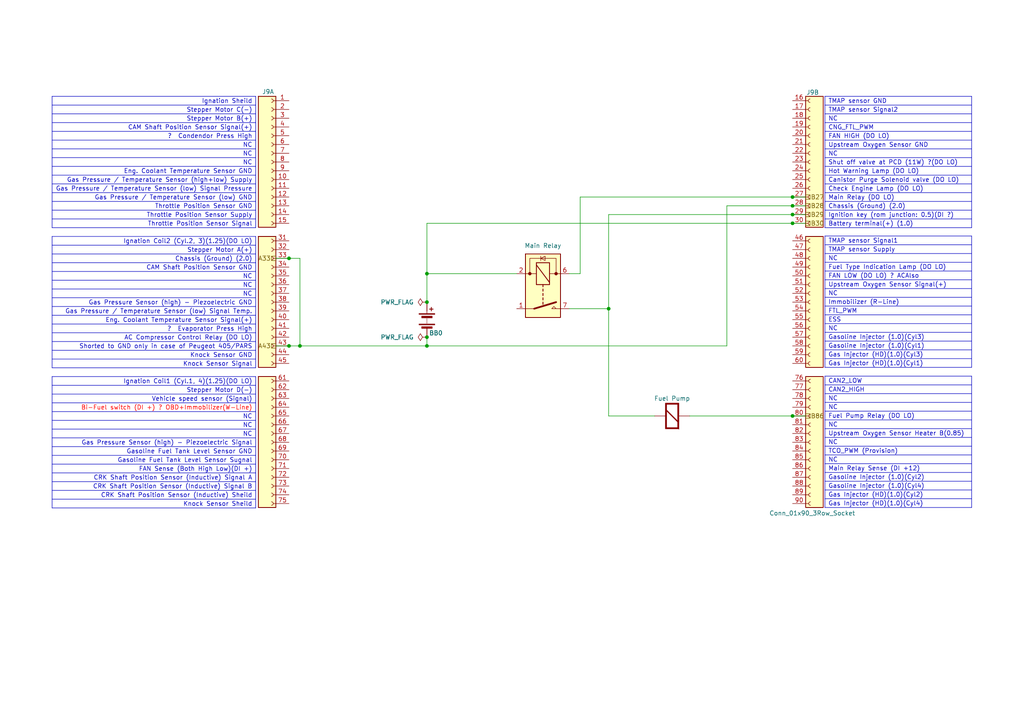
<source format=kicad_sch>
(kicad_sch (version 20250114) (generator "eeschema") (generator_version "9.0")
  (paper "A4")
  (lib_symbols
    (symbol "Conn_01x90_3Row_Socket_1" (pin_names (offset 1.016) (hide yes))
      (property "Reference" "J" (at 1.524 60.833 0))
      (property "Value" "Conn_01x90_3Row_Socket" (at 1.397 -61.214 0))
      (symbol "Conn_01x90_3Row_Socket_1_1_1"
        (pin passive line (at -4.318 58.42 0) (length 3.81) (name "A1") (number "1"))
        (pin passive line (at -4.318 55.88 0) (length 3.81) (name "A2") (number "2"))
        (pin passive line (at -4.318 53.34 0) (length 3.81) (name "A3") (number "3"))
        (pin passive line (at -4.318 50.8 0) (length 3.81) (name "A4") (number "4"))
        (pin passive line (at -4.318 48.26 0) (length 3.81) (name "A5") (number "5"))
        (pin passive line (at -4.318 45.72 0) (length 3.81) (name "A6") (number "6"))
        (pin passive line (at -4.318 43.18 0) (length 3.81) (name "A7") (number "7"))
        (pin passive line (at -4.318 40.64 0) (length 3.81) (name "A8") (number "8"))
        (pin passive line (at -4.318 38.1 0) (length 3.81) (name "A9") (number "9"))
        (pin passive line (at -4.318 35.56 0) (length 3.81) (name "A10") (number "10"))
        (pin passive line (at -4.318 33.02 0) (length 3.81) (name "A11") (number "11"))
        (pin passive line (at -4.318 30.48 0) (length 3.81) (name "A12") (number "12"))
        (pin passive line (at -4.318 27.94 0) (length 3.81) (name "A13") (number "13"))
        (pin passive line (at -4.318 25.4 0) (length 3.81) (name "A14") (number "14"))
        (pin passive line (at -4.318 22.86 0) (length 3.81) (name "A15") (number "15"))
        (pin passive line (at -4.318 17.78 0) (length 3.81) (name "A31") (number "31"))
        (pin passive line (at -4.318 15.24 0) (length 3.81) (name "A32") (number "32"))
        (pin passive line (at -4.318 12.7 0) (length 3.81) (name "A33") (number "33"))
        (pin passive line (at -4.318 10.16 0) (length 3.81) (name "A34") (number "34"))
        (pin passive line (at -4.318 7.62 0) (length 3.81) (name "A35") (number "35"))
        (pin passive line (at -4.318 5.08 0) (length 3.81) (name "A36") (number "36"))
        (pin passive line (at -4.318 2.54 0) (length 3.81) (name "A37") (number "37"))
        (pin passive line (at -4.318 0 0) (length 3.81) (name "A38") (number "38"))
        (pin passive line (at -4.318 -2.54 0) (length 3.81) (name "A39") (number "39"))
        (pin passive line (at -4.318 -5.08 0) (length 3.81) (name "A40") (number "40"))
        (pin passive line (at -4.318 -7.62 0) (length 3.81) (name "A41") (number "41"))
        (pin passive line (at -4.318 -10.16 0) (length 3.81) (name "A42") (number "42"))
        (pin passive line (at -4.318 -12.7 0) (length 3.81) (name "A43") (number "43"))
        (pin passive line (at -4.318 -15.24 0) (length 3.81) (name "A44") (number "44"))
        (pin passive line (at -4.318 -17.78 0) (length 3.81) (name "A45") (number "45"))
        (pin passive line (at -4.318 -22.86 0) (length 3.81) (name "A61") (number "61"))
        (pin passive line (at -4.318 -25.4 0) (length 3.81) (name "A62") (number "62"))
        (pin passive line (at -4.318 -27.94 0) (length 3.81) (name "A63") (number "63"))
        (pin passive line (at -4.318 -30.48 0) (length 3.81) (name "A64") (number "64"))
        (pin passive line (at -4.318 -33.02 0) (length 3.81) (name "A65") (number "65"))
        (pin passive line (at -4.318 -35.56 0) (length 3.81) (name "A66") (number "66"))
        (pin passive line (at -4.318 -38.1 0) (length 3.81) (name "A67") (number "67"))
        (pin passive line (at -4.318 -40.64 0) (length 3.81) (name "A68") (number "68"))
        (pin passive line (at -4.318 -43.18 0) (length 3.81) (name "A69") (number "69"))
        (pin passive line (at -4.318 -45.72 0) (length 3.81) (name "A70") (number "70"))
        (pin passive line (at -4.318 -48.26 0) (length 3.81) (name "A71") (number "71"))
        (pin passive line (at -4.318 -50.8 0) (length 3.81) (name "A72") (number "72"))
        (pin passive line (at -4.318 -53.34 0) (length 3.81) (name "A73") (number "73"))
        (pin passive line (at -4.318 -55.88 0) (length 3.81) (name "A74") (number "74"))
        (pin passive line (at -4.318 -58.42 0) (length 3.81) (name "A75") (number "75"))
      )
      (symbol "Conn_01x90_3Row_Socket_1_2_1"
        (pin passive line (at -4.318 58.42 0) (length 3.81) (name "B16") (number "16"))
        (pin passive line (at -4.318 55.88 0) (length 3.81) (name "B17") (number "17"))
        (pin passive line (at -4.318 53.34 0) (length 3.81) (name "B18") (number "18"))
        (pin passive line (at -4.318 50.8 0) (length 3.81) (name "B19") (number "19"))
        (pin passive line (at -4.318 48.26 0) (length 3.81) (name "B20") (number "20"))
        (pin passive line (at -4.318 45.72 0) (length 3.81) (name "B21") (number "21"))
        (pin passive line (at -4.318 43.18 0) (length 3.81) (name "B22") (number "22"))
        (pin passive line (at -4.318 40.64 0) (length 3.81) (name "B23") (number "23"))
        (pin passive line (at -4.318 38.1 0) (length 3.81) (name "B24") (number "24"))
        (pin passive line (at -4.318 35.56 0) (length 3.81) (name "B25") (number "25"))
        (pin passive line (at -4.318 33.02 0) (length 3.81) (name "B26") (number "26"))
        (pin passive line (at -4.318 30.48 0) (length 3.81) (name "B27") (number "27"))
        (pin passive line (at -4.318 27.94 0) (length 3.81) (name "B28") (number "28"))
        (pin passive line (at -4.318 25.4 0) (length 3.81) (name "B29") (number "29"))
        (pin passive line (at -4.318 22.86 0) (length 3.81) (name "B30") (number "30"))
        (pin passive line (at -4.318 17.78 0) (length 3.81) (name "B46") (number "46"))
        (pin passive line (at -4.318 15.24 0) (length 3.81) (name "B47") (number "47"))
        (pin passive line (at -4.318 12.7 0) (length 3.81) (name "B48") (number "48"))
        (pin passive line (at -4.318 10.16 0) (length 3.81) (name "B49") (number "49"))
        (pin passive line (at -4.318 7.62 0) (length 3.81) (name "B50") (number "50"))
        (pin passive line (at -4.318 5.08 0) (length 3.81) (name "B51") (number "51"))
        (pin passive line (at -4.318 2.54 0) (length 3.81) (name "B52") (number "52"))
        (pin passive line (at -4.318 0 0) (length 3.81) (name "B53") (number "53"))
        (pin passive line (at -4.318 -2.54 0) (length 3.81) (name "B54") (number "54"))
        (pin passive line (at -4.318 -5.08 0) (length 3.81) (name "B55") (number "55"))
        (pin passive line (at -4.318 -7.62 0) (length 3.81) (name "B56") (number "56"))
        (pin passive line (at -4.318 -10.16 0) (length 3.81) (name "B57") (number "57"))
        (pin passive line (at -4.318 -12.7 0) (length 3.81) (name "B58") (number "58"))
        (pin passive line (at -4.318 -15.24 0) (length 3.81) (name "B59") (number "59"))
        (pin passive line (at -4.318 -17.78 0) (length 3.81) (name "B60") (number "60"))
        (pin passive line (at -4.318 -22.86 0) (length 3.81) (name "B76") (number "76"))
        (pin passive line (at -4.318 -25.4 0) (length 3.81) (name "B77") (number "77"))
        (pin passive line (at -4.318 -27.94 0) (length 3.81) (name "B78") (number "78"))
        (pin passive line (at -4.318 -30.48 0) (length 3.81) (name "B79") (number "79"))
        (pin passive line (at -4.318 -33.02 0) (length 3.81) (name "B80") (number "80"))
        (pin passive line (at -4.318 -35.56 0) (length 3.81) (name "B81") (number "81"))
        (pin passive line (at -4.318 -38.1 0) (length 3.81) (name "B82") (number "82"))
        (pin passive line (at -4.318 -40.64 0) (length 3.81) (name "B83") (number "83"))
        (pin passive line (at -4.318 -43.18 0) (length 3.81) (name "B84") (number "84"))
        (pin passive line (at -4.318 -45.72 0) (length 3.81) (name "B85") (number "85"))
        (pin passive line (at -4.318 -48.26 0) (length 3.81) (name "B86") (number "86"))
        (pin passive line (at -4.318 -50.8 0) (length 3.81) (name "B87") (number "87"))
        (pin passive line (at -4.318 -53.34 0) (length 3.81) (name "B88") (number "88"))
        (pin passive line (at -4.318 -55.88 0) (length 3.81) (name "B89") (number "89"))
        (pin passive line (at -4.318 -58.42 0) (length 3.81) (name "B90") (number "90"))
      )
    )
    (symbol "Device:Battery" (pin_numbers (hide yes)) (pin_names (offset 0) (hide yes))
      (property "Reference" "BT" (at 2.54 2.54 0))
      (property "Value" "Battery" (at 2.54 0 0))
      (symbol "Battery_1_1"
        (pin passive line (at 0 5.08 270) (length 2.54) (name "+") (number "1"))
        (pin passive line (at 0 -5.08 90) (length 2.54) (name "-") (number "2"))
      )
    )
    (symbol "Elektuur_1:Re" (pin_numbers (hide yes)) (pin_names (offset 0) (hide yes))
      (property "Reference" "Re" (at 0.635 3.175 0))
      (property "Value" "Re" (at 0.635 -3.175 0))
      (symbol "Re_1_0"
        (pin passive line (at 0 5.08 270) (length 3.175) (name "+") (number "1"))
        (pin passive line (at 0 -5.08 90) (length 3.175) (name "-") (number "2"))
      )
    )
    (symbol "Relay:DIPxx-1Axx-12xD"
      (property "Reference" "K" (at 8.89 3.81 0))
      (property "Value" "DIPxx-1Axx-12xD" (at 8.89 1.27 0))
      (symbol "DIPxx-1Axx-12xD_1_1"
        (pin passive line (at -5.08 7.62 270) (length 2.54) (name "~") (number "6"))
        (pin passive line (at -5.08 -7.62 90) (length 2.54) (hide yes) (name "~") (number "13"))
        (pin passive line (at -5.08 -7.62 90) (length 2.54) (name "~") (number "2"))
        (pin passive line (at 5.08 7.62 270) (length 2.54) (name "~") (number "7"))
        (pin passive line (at 5.08 7.62 270) (length 2.54) (hide yes) (name "~") (number "8"))
        (pin passive line (at 5.08 -7.62 90) (length 2.54) (name "~") (number "1"))
        (pin passive line (at 5.08 -7.62 90) (length 2.54) (hide yes) (name "~") (number "14"))
      )
    )
    (symbol "power:PWR_FLAG" (power) (pin_numbers (hide yes)) (pin_names (offset 0) (hide yes))
      (property "Value" "PWR_FLAG" (at 0 3.81 0))
      (symbol "PWR_FLAG_0_0"
        (pin power_out line (at 0 0 90) (length 0) (name "~") (number "1"))
      )
    )
    (symbol "sicma_socket:Conn_01x90_3Row_Socket" (pin_names (offset 1.016) (hide yes))
      (property "Reference" "J" (at 1.524 60.833 0))
      (property "Value" "Conn_01x90_3Row_Socket" (at 1.397 -61.214 0))
      (symbol "Conn_01x90_3Row_Socket_1_1"
        (pin passive line (at -4.318 58.42 0) (length 3.81) (name "A1") (number "1"))
        (pin passive line (at -4.318 55.88 0) (length 3.81) (name "A2") (number "2"))
        (pin passive line (at -4.318 53.34 0) (length 3.81) (name "A3") (number "3"))
        (pin passive line (at -4.318 50.8 0) (length 3.81) (name "A4") (number "4"))
        (pin passive line (at -4.318 48.26 0) (length 3.81) (name "A5") (number "5"))
        (pin passive line (at -4.318 45.72 0) (length 3.81) (name "A6") (number "6"))
        (pin passive line (at -4.318 43.18 0) (length 3.81) (name "A7") (number "7"))
        (pin passive line (at -4.318 40.64 0) (length 3.81) (name "A8") (number "8"))
        (pin passive line (at -4.318 38.1 0) (length 3.81) (name "A9") (number "9"))
        (pin passive line (at -4.318 35.56 0) (length 3.81) (name "A10") (number "10"))
        (pin passive line (at -4.318 33.02 0) (length 3.81) (name "A11") (number "11"))
        (pin passive line (at -4.318 30.48 0) (length 3.81) (name "A12") (number "12"))
        (pin passive line (at -4.318 27.94 0) (length 3.81) (name "A13") (number "13"))
        (pin passive line (at -4.318 25.4 0) (length 3.81) (name "A14") (number "14"))
        (pin passive line (at -4.318 22.86 0) (length 3.81) (name "A15") (number "15"))
        (pin passive line (at -4.318 17.78 0) (length 3.81) (name "A31") (number "31"))
        (pin passive line (at -4.318 15.24 0) (length 3.81) (name "A32") (number "32"))
        (pin passive line (at -4.318 12.7 0) (length 3.81) (name "A33") (number "33"))
        (pin passive line (at -4.318 10.16 0) (length 3.81) (name "A34") (number "34"))
        (pin passive line (at -4.318 7.62 0) (length 3.81) (name "A35") (number "35"))
        (pin passive line (at -4.318 5.08 0) (length 3.81) (name "A36") (number "36"))
        (pin passive line (at -4.318 2.54 0) (length 3.81) (name "A37") (number "37"))
        (pin passive line (at -4.318 0 0) (length 3.81) (name "A38") (number "38"))
        (pin passive line (at -4.318 -2.54 0) (length 3.81) (name "A39") (number "39"))
        (pin passive line (at -4.318 -5.08 0) (length 3.81) (name "A40") (number "40"))
        (pin passive line (at -4.318 -7.62 0) (length 3.81) (name "A41") (number "41"))
        (pin passive line (at -4.318 -10.16 0) (length 3.81) (name "A42") (number "42"))
        (pin passive line (at -4.318 -12.7 0) (length 3.81) (name "A43") (number "43"))
        (pin passive line (at -4.318 -15.24 0) (length 3.81) (name "A44") (number "44"))
        (pin passive line (at -4.318 -17.78 0) (length 3.81) (name "A45") (number "45"))
        (pin passive line (at -4.318 -22.86 0) (length 3.81) (name "A61") (number "61"))
        (pin passive line (at -4.318 -25.4 0) (length 3.81) (name "A62") (number "62"))
        (pin passive line (at -4.318 -27.94 0) (length 3.81) (name "A63") (number "63"))
        (pin passive line (at -4.318 -30.48 0) (length 3.81) (name "A64") (number "64"))
        (pin passive line (at -4.318 -33.02 0) (length 3.81) (name "A65") (number "65"))
        (pin passive line (at -4.318 -35.56 0) (length 3.81) (name "A66") (number "66"))
        (pin passive line (at -4.318 -38.1 0) (length 3.81) (name "A67") (number "67"))
        (pin passive line (at -4.318 -40.64 0) (length 3.81) (name "A68") (number "68"))
        (pin passive line (at -4.318 -43.18 0) (length 3.81) (name "A69") (number "69"))
        (pin passive line (at -4.318 -45.72 0) (length 3.81) (name "A70") (number "70"))
        (pin passive line (at -4.318 -48.26 0) (length 3.81) (name "A71") (number "71"))
        (pin passive line (at -4.318 -50.8 0) (length 3.81) (name "A72") (number "72"))
        (pin passive line (at -4.318 -53.34 0) (length 3.81) (name "A73") (number "73"))
        (pin passive line (at -4.318 -55.88 0) (length 3.81) (name "A74") (number "74"))
        (pin passive line (at -4.318 -58.42 0) (length 3.81) (name "A75") (number "75"))
      )
      (symbol "Conn_01x90_3Row_Socket_2_1"
        (pin passive line (at -4.318 58.42 0) (length 3.81) (name "B16") (number "16"))
        (pin passive line (at -4.318 55.88 0) (length 3.81) (name "B17") (number "17"))
        (pin passive line (at -4.318 53.34 0) (length 3.81) (name "B18") (number "18"))
        (pin passive line (at -4.318 50.8 0) (length 3.81) (name "B19") (number "19"))
        (pin passive line (at -4.318 48.26 0) (length 3.81) (name "B20") (number "20"))
        (pin passive line (at -4.318 45.72 0) (length 3.81) (name "B21") (number "21"))
        (pin passive line (at -4.318 43.18 0) (length 3.81) (name "B22") (number "22"))
        (pin passive line (at -4.318 40.64 0) (length 3.81) (name "B23") (number "23"))
        (pin passive line (at -4.318 38.1 0) (length 3.81) (name "B24") (number "24"))
        (pin passive line (at -4.318 35.56 0) (length 3.81) (name "B25") (number "25"))
        (pin passive line (at -4.318 33.02 0) (length 3.81) (name "B26") (number "26"))
        (pin passive line (at -4.318 30.48 0) (length 3.81) (name "B27") (number "27"))
        (pin passive line (at -4.318 27.94 0) (length 3.81) (name "B28") (number "28"))
        (pin passive line (at -4.318 25.4 0) (length 3.81) (name "B29") (number "29"))
        (pin passive line (at -4.318 22.86 0) (length 3.81) (name "B30") (number "30"))
        (pin passive line (at -4.318 17.78 0) (length 3.81) (name "B46") (number "46"))
        (pin passive line (at -4.318 15.24 0) (length 3.81) (name "B47") (number "47"))
        (pin passive line (at -4.318 12.7 0) (length 3.81) (name "B48") (number "48"))
        (pin passive line (at -4.318 10.16 0) (length 3.81) (name "B49") (number "49"))
        (pin passive line (at -4.318 7.62 0) (length 3.81) (name "B50") (number "50"))
        (pin passive line (at -4.318 5.08 0) (length 3.81) (name "B51") (number "51"))
        (pin passive line (at -4.318 2.54 0) (length 3.81) (name "B52") (number "52"))
        (pin passive line (at -4.318 0 0) (length 3.81) (name "B53") (number "53"))
        (pin passive line (at -4.318 -2.54 0) (length 3.81) (name "B54") (number "54"))
        (pin passive line (at -4.318 -5.08 0) (length 3.81) (name "B55") (number "55"))
        (pin passive line (at -4.318 -7.62 0) (length 3.81) (name "B56") (number "56"))
        (pin passive line (at -4.318 -10.16 0) (length 3.81) (name "B57") (number "57"))
        (pin passive line (at -4.318 -12.7 0) (length 3.81) (name "B58") (number "58"))
        (pin passive line (at -4.318 -15.24 0) (length 3.81) (name "B59") (number "59"))
        (pin passive line (at -4.318 -17.78 0) (length 3.81) (name "B60") (number "60"))
        (pin passive line (at -4.318 -22.86 0) (length 3.81) (name "B76") (number "76"))
        (pin passive line (at -4.318 -25.4 0) (length 3.81) (name "B77") (number "77"))
        (pin passive line (at -4.318 -27.94 0) (length 3.81) (name "B78") (number "78"))
        (pin passive line (at -4.318 -30.48 0) (length 3.81) (name "B79") (number "79"))
        (pin passive line (at -4.318 -33.02 0) (length 3.81) (name "B80") (number "80"))
        (pin passive line (at -4.318 -35.56 0) (length 3.81) (name "B81") (number "81"))
        (pin passive line (at -4.318 -38.1 0) (length 3.81) (name "B82") (number "82"))
        (pin passive line (at -4.318 -40.64 0) (length 3.81) (name "B83") (number "83"))
        (pin passive line (at -4.318 -43.18 0) (length 3.81) (name "B84") (number "84"))
        (pin passive line (at -4.318 -45.72 0) (length 3.81) (name "B85") (number "85"))
        (pin passive line (at -4.318 -48.26 0) (length 3.81) (name "B86") (number "86"))
        (pin passive line (at -4.318 -50.8 0) (length 3.81) (name "B87") (number "87"))
        (pin passive line (at -4.318 -53.34 0) (length 3.81) (name "B88") (number "88"))
        (pin passive line (at -4.318 -55.88 0) (length 3.81) (name "B89") (number "89"))
        (pin passive line (at -4.318 -58.42 0) (length 3.81) (name "B90") (number "90"))
      )
    )
  )
  (junction (at 229.87 120.65))
  (junction (at 229.87 62.23))
  (junction (at 123.825 87.63))
  (junction (at 229.87 59.69))
  (junction (at 229.87 64.77))
  (junction (at 83.82 74.93))
  (junction (at 83.82 100.33))
  (junction (at 176.53 89.535))
  (junction (at 229.87 57.15))
  (junction (at 123.825 100.33))
  (junction (at 123.825 79.375))
  (junction (at 86.995 100.33))
  (junction (at 123.825 97.79))
  (wire (pts (xy 176.53 89.535) (xy 176.53 120.65)))
  (wire (pts (xy 80.01 74.93) (xy 83.82 74.93)))
  (wire (pts (xy 176.53 62.23) (xy 176.53 89.535)))
  (wire (pts (xy 123.825 79.375) (xy 149.86 79.375)))
  (wire (pts (xy 210.82 100.33) (xy 210.82 59.69)))
  (wire (pts (xy 165.1 79.375) (xy 168.275 79.375)))
  (wire (pts (xy 168.275 79.375) (xy 168.275 57.15)))
  (wire (pts (xy 83.82 74.93) (xy 86.995 74.93)))
  (wire (pts (xy 210.82 59.69) (xy 229.87 59.69)))
  (wire (pts (xy 229.87 57.15) (xy 233.68 57.15)))
  (wire (pts (xy 123.825 79.375) (xy 123.825 87.63)))
  (wire (pts (xy 229.87 62.23) (xy 176.53 62.23)))
  (wire (pts (xy 233.68 62.23) (xy 229.87 62.23)))
  (wire (pts (xy 86.995 100.33) (xy 123.825 100.33)))
  (wire (pts (xy 229.87 59.69) (xy 233.68 59.69)))
  (wire (pts (xy 83.82 100.33) (xy 80.01 100.33)))
  (wire (pts (xy 168.275 57.15) (xy 229.87 57.15)))
  (wire (pts (xy 86.995 100.33) (xy 83.82 100.33)))
  (wire (pts (xy 86.995 100.33) (xy 86.995 74.93)))
  (wire (pts (xy 200.025 120.65) (xy 229.87 120.65)))
  (wire (pts (xy 165.1 89.535) (xy 176.53 89.535)))
  (wire (pts (xy 229.87 64.77) (xy 123.825 64.77)))
  (wire (pts (xy 123.825 97.79) (xy 123.825 100.33)))
  (wire (pts (xy 233.68 64.77) (xy 229.87 64.77)))
  (wire (pts (xy 123.825 64.77) (xy 123.825 79.375)))
  (wire (pts (xy 123.825 100.33) (xy 210.82 100.33)))
  (wire (pts (xy 229.87 120.65) (xy 233.68 120.65)))
  (wire (pts (xy 176.53 120.65) (xy 189.865 120.65)))
  (table (column_count 1) (border (external yes) (header yes)) (separators (rows yes) (cols yes)) (column_widths 42.545) (row_heights 2.54 2.54 2.54 2.54 2.54 2.54 2.54 2.54 2.54 2.54 2.54 2.54 2.54 2.54 2.54) (cells (table_cell "CAN2_LOW" (at 239.268 109.093 0) (size 42.545 2.54) (margins 0.9525 0.9525 0.9525 0.9525) (span 1 1)) (table_cell "CAN2_HIGH" (at 239.268 111.633 0) (size 42.545 2.54) (margins 0.9525 0.9525 0.9525 0.9525) (span 1 1)) (table_cell "NC" (at 239.268 114.173 0) (size 42.545 2.54) (margins 0.9525 0.9525 0.9525 0.9525) (span 1 1)) (table_cell "NC" (at 239.268 116.713 0) (size 42.545 2.54) (margins 0.9525 0.9525 0.9525 0.9525) (span 1 1)) (table_cell "Fuel Pump Relay (DO LO)" (at 239.268 119.253 0) (size 42.545 2.54) (margins 0.9525 0.9525 0.9525 0.9525) (span 1 1)) (table_cell "NC" (at 239.268 121.793 0) (size 42.545 2.54) (margins 0.9525 0.9525 0.9525 0.9525) (span 1 1)) (table_cell "Upstream Oxygen Sensor Heater B(0.85)" (at 239.268 124.333 0) (size 42.545 2.54) (margins 0.9525 0.9525 0.9525 0.9525) (span 1 1)) (table_cell "NC" (at 239.268 126.873 0) (size 42.545 2.54) (margins 0.9525 0.9525 0.9525 0.9525) (span 1 1)) (table_cell "TCO_PWM (Provision)" (at 239.268 129.413 0) (size 42.545 2.54) (margins 0.9525 0.9525 0.9525 0.9525) (span 1 1)) (table_cell "NC" (at 239.268 131.953 0) (size 42.545 2.54) (margins 0.9525 0.9525 0.9525 0.9525) (span 1 1)) (table_cell "Main Relay Sense (DI +12)" (at 239.268 134.493 0) (size 42.545 2.54) (margins 0.9525 0.9525 0.9525 0.9525) (span 1 1)) (table_cell "Gasoline Injector (1.0)(Cyl2)" (at 239.268 137.033 0) (size 42.545 2.54) (margins 0.9525 0.9525 0.9525 0.9525) (span 1 1)) (table_cell "Gasoline Injector (1.0)(Cyl4)" (at 239.268 139.573 0) (size 42.545 2.54) (margins 0.9525 0.9525 0.9525 0.9525) (span 1 1)) (table_cell "Gas Injector (HD)(1.0)(Cyl2)" (at 239.268 142.113 0) (size 42.545 2.54) (margins 0.9525 0.9525 0.9525 0.9525) (span 1 1)) (table_cell "Gas Injector (HD)(1.0)(Cyl4)" (at 239.268 144.653 0) (size 42.545 2.54) (margins 0.9525 0.9525 0.9525 0.9525) (span 1 1))))
  (table (column_count 1) (border (external yes) (header no)) (separators (rows yes) (cols no)) (column_widths 59.055) (row_heights 2.54 2.54 2.54 2.54 2.54 2.54 2.54 2.54 2.54 2.54 2.54 2.54 2.54 2.54 2.54) (cells (table_cell "Ignation Sheild" (at 15.113 27.94 0) (size 59.055 2.54) (margins 0.9525 0.9525 0.9525 0.9525) (span 1 1)) (table_cell "Stepper Motor C(-)" (at 15.113 30.48 0) (size 59.055 2.54) (margins 0.9525 0.9525 0.9525 0.9525) (span 1 1)) (table_cell "Stepper Motor B(+)" (at 15.113 33.02 0) (size 59.055 2.54) (margins 0.9525 0.9525 0.9525 0.9525) (span 1 1)) (table_cell "CAM Shaft Position Sensor Signal(+)" (at 15.113 35.56 0) (size 59.055 2.54) (margins 0.9525 0.9525 0.9525 0.9525) (span 1 1)) (table_cell "?  Condendor Press High" (at 15.113 38.1 0) (size 59.055 2.54) (margins 0.9525 0.9525 0.9525 0.9525) (span 1 1)) (table_cell "NC" (at 15.113 40.64 0) (size 59.055 2.54) (margins 0.9525 0.9525 0.9525 0.9525) (span 1 1)) (table_cell "NC" (at 15.113 43.18 0) (size 59.055 2.54) (margins 0.9525 0.9525 0.9525 0.9525) (span 1 1)) (table_cell "NC" (at 15.113 45.72 0) (size 59.055 2.54) (margins 0.9525 0.9525 0.9525 0.9525) (span 1 1)) (table_cell "Eng. Coolant Temperature Sensor GND" (at 15.113 48.26 0) (size 59.055 2.54) (margins 0.9525 0.9525 0.9525 0.9525) (span 1 1)) (table_cell "Gas Pressure / Temperature Sensor (high+low) Supply" (at 15.113 50.8 0) (size 59.055 2.54) (margins 0.9525 0.9525 0.9525 0.9525) (span 1 1)) (table_cell "Gas Pressure / Temperature Sensor (low) Signal Pressure" (at 15.113 53.34 0) (size 59.055 2.54) (margins 0.9525 0.9525 0.9525 0.9525) (span 1 1)) (table_cell "Gas Pressure / Temperature Sensor (low) GND" (at 15.113 55.88 0) (size 59.055 2.54) (margins 0.9525 0.9525 0.9525 0.9525) (span 1 1)) (table_cell "Throttle Position Sensor GND" (at 15.113 58.42 0) (size 59.055 2.54) (margins 0.9525 0.9525 0.9525 0.9525) (span 1 1)) (table_cell "Throttle Position Sensor Supply" (at 15.113 60.96 0) (size 59.055 2.54) (margins 0.9525 0.9525 0.9525 0.9525) (span 1 1)) (table_cell "Throttle Position Sensor Signal" (at 15.113 63.5 0) (size 59.055 2.54) (margins 0.9525 0.9525 0.9525 0.9525) (span 1 1))))
  (table (column_count 1) (border (external yes) (header yes)) (separators (rows yes) (cols yes)) (column_widths 42.545) (row_heights 2.54 2.54 2.54 2.54 2.54 2.54 2.54 2.54 2.54 2.54 2.54 2.54 2.54 2.54 2.54) (cells (table_cell "TMAP sensor Signal1" (at 239.268 68.453 0) (size 42.545 2.54) (margins 0.9525 0.9525 0.9525 0.9525) (span 1 1)) (table_cell "TMAP sensor Supply" (at 239.268 70.993 0) (size 42.545 2.54) (margins 0.9525 0.9525 0.9525 0.9525) (span 1 1)) (table_cell "NC" (at 239.268 73.533 0) (size 42.545 2.54) (margins 0.9525 0.9525 0.9525 0.9525) (span 1 1)) (table_cell "Fuel Type Indication Lamp (DO LO)" (at 239.268 76.073 0) (size 42.545 2.54) (margins 0.9525 0.9525 0.9525 0.9525) (span 1 1)) (table_cell "FAN LOW (DO LO) ? ACAlso" (at 239.268 78.613 0) (size 42.545 2.54) (margins 0.9525 0.9525 0.9525 0.9525) (span 1 1)) (table_cell "Upstream Oxygen Sensor Signal(+)" (at 239.268 81.153 0) (size 42.545 2.54) (margins 0.9525 0.9525 0.9525 0.9525) (span 1 1)) (table_cell "NC" (at 239.268 83.693 0) (size 42.545 2.54) (margins 0.9525 0.9525 0.9525 0.9525) (span 1 1)) (table_cell "Immobilizer (R-Line)" (at 239.268 86.233 0) (size 42.545 2.54) (margins 0.9525 0.9525 0.9525 0.9525) (span 1 1)) (table_cell "FTL_PWM" (at 239.268 88.773 0) (size 42.545 2.54) (margins 0.9525 0.9525 0.9525 0.9525) (span 1 1)) (table_cell "ESS" (at 239.268 91.313 0) (size 42.545 2.54) (margins 0.9525 0.9525 0.9525 0.9525) (span 1 1)) (table_cell "NC" (at 239.268 93.853 0) (size 42.545 2.54) (margins 0.9525 0.9525 0.9525 0.9525) (span 1 1)) (table_cell "Gasoline Injector (1.0)(Cyl3)" (at 239.268 96.393 0) (size 42.545 2.54) (margins 0.9525 0.9525 0.9525 0.9525) (span 1 1)) (table_cell "Gasoline Injector (1.0)(Cyl1)" (at 239.268 98.933 0) (size 42.545 2.54) (margins 0.9525 0.9525 0.9525 0.9525) (span 1 1)) (table_cell "Gas Injector (HD)(1.0)(Cyl3)" (at 239.268 101.473 0) (size 42.545 2.54) (margins 0.9525 0.9525 0.9525 0.9525) (span 1 1)) (table_cell "Gas Injector (HD)(1.0)(Cyl1)" (at 239.268 104.013 0) (size 42.545 2.54) (margins 0.9525 0.9525 0.9525 0.9525) (span 1 1))))
  (table (column_count 1) (border (external yes) (header yes)) (separators (rows yes) (cols yes)) (column_widths 59.055) (row_heights 2.54 2.54 2.54 2.54 2.54 2.54 2.54 2.54 2.54 2.54 2.54 2.54 2.54 2.54 2.54) (cells (table_cell "Ignation Coil2 (Cyl.2, 3)(1.25)(DO LO)" (at 15.113 68.58 0) (size 59.055 2.54) (margins 0.9525 0.9525 0.9525 0.9525) (span 1 1)) (table_cell "Stepper Motor A(+)" (at 15.113 71.12 0) (size 59.055 2.54) (margins 0.9525 0.9525 0.9525 0.9525) (span 1 1)) (table_cell "Chassis (Ground) (2.0)" (at 15.113 73.66 0) (size 59.055 2.54) (margins 0.9525 0.9525 0.9525 0.9525) (span 1 1)) (table_cell "CAM Shaft Position Sensor GND" (at 15.113 76.2 0) (size 59.055 2.54) (margins 0.9525 0.9525 0.9525 0.9525) (span 1 1)) (table_cell "NC" (at 15.113 78.74 0) (size 59.055 2.54) (margins 0.9525 0.9525 0.9525 0.9525) (span 1 1)) (table_cell "NC" (at 15.113 81.28 0) (size 59.055 2.54) (margins 0.9525 0.9525 0.9525 0.9525) (span 1 1)) (table_cell "NC" (at 15.113 83.82 0) (size 59.055 2.54) (margins 0.9525 0.9525 0.9525 0.9525) (span 1 1)) (table_cell "Gas Pressure Sensor (high) - Piezoelectric GND" (at 15.113 86.36 0) (size 59.055 2.54) (margins 0.9525 0.9525 0.9525 0.9525) (span 1 1)) (table_cell "Gas Pressure / Temperature Sensor (low) Signal Temp." (at 15.113 88.9 0) (size 59.055 2.54) (margins 0.9525 0.9525 0.9525 0.9525) (span 1 1)) (table_cell "Eng. Coolant Temperature Sensor Signal(+)" (at 15.113 91.44 0) (size 59.055 2.54) (margins 0.9525 0.9525 0.9525 0.9525) (span 1 1)) (table_cell "?  Evaporator Press High" (at 15.113 93.98 0) (size 59.055 2.54) (margins 0.9525 0.9525 0.9525 0.9525) (span 1 1)) (table_cell "AC Compressor Control Relay (DO LO)" (at 15.113 96.52 0) (size 59.055 2.54) (margins 0.9525 0.9525 0.9525 0.9525) (span 1 1)) (table_cell "Shorted to GND only in case of Peugeot 405/PARS" (at 15.113 99.06 0) (size 59.055 2.54) (margins 0.9525 0.9525 0.9525 0.9525) (span 1 1)) (table_cell "Knock Sensor GND" (at 15.113 101.6 0) (size 59.055 2.54) (margins 0.9525 0.9525 0.9525 0.9525) (span 1 1)) (table_cell "Knock Sensor Signal" (at 15.113 104.14 0) (size 59.055 2.54) (margins 0.9525 0.9525 0.9525 0.9525) (span 1 1))))
  (table (column_count 1) (border (external yes) (header yes)) (separators (rows yes) (cols yes)) (column_widths 42.545) (row_heights 2.54 2.54 2.54 2.54 2.54 2.54 2.54 2.54 2.54 2.54 2.54 2.54 2.54 2.54 2.54) (cells (table_cell "TMAP sensor GND" (at 239.268 27.94 0) (size 42.545 2.54) (margins 0.9525 0.9525 0.9525 0.9525) (span 1 1)) (table_cell "TMAP sensor Signal2" (at 239.268 30.48 0) (size 42.545 2.54) (margins 0.9525 0.9525 0.9525 0.9525) (span 1 1)) (table_cell "NC" (at 239.268 33.02 0) (size 42.545 2.54) (margins 0.9525 0.9525 0.9525 0.9525) (span 1 1)) (table_cell "CNG_FTL_PWM" (at 239.268 35.56 0) (size 42.545 2.54) (margins 0.9525 0.9525 0.9525 0.9525) (span 1 1)) (table_cell "FAN HIGH (DO LO)" (at 239.268 38.1 0) (size 42.545 2.54) (margins 0.9525 0.9525 0.9525 0.9525) (span 1 1)) (table_cell "Upstream Oxygen Sensor GND" (at 239.268 40.64 0) (size 42.545 2.54) (margins 0.9525 0.9525 0.9525 0.9525) (span 1 1)) (table_cell "NC" (at 239.268 43.18 0) (size 42.545 2.54) (margins 0.9525 0.9525 0.9525 0.9525) (span 1 1)) (table_cell "Shut off valve at PCD (11W) ?(DO LO)" (at 239.268 45.72 0) (size 42.545 2.54) (margins 0.9525 0.9525 0.9525 0.9525) (span 1 1)) (table_cell "Hot Warning Lamp (DO LO)" (at 239.268 48.26 0) (size 42.545 2.54) (margins 0.9525 0.9525 0.9525 0.9525) (span 1 1)) (table_cell "Canistor Purge Solenoid valve (DO LO)" (at 239.268 50.8 0) (size 42.545 2.54) (margins 0.9525 0.9525 0.9525 0.9525) (span 1 1)) (table_cell "Check Engine Lamp (DO LO)" (at 239.268 53.34 0) (size 42.545 2.54) (margins 0.9525 0.9525 0.9525 0.9525) (span 1 1)) (table_cell "Main Relay (DO LO)" (at 239.268 55.88 0) (size 42.545 2.54) (margins 0.9525 0.9525 0.9525 0.9525) (span 1 1)) (table_cell "Chassis (Ground) (2.0)" (at 239.268 58.42 0) (size 42.545 2.54) (margins 0.9525 0.9525 0.9525 0.9525) (span 1 1)) (table_cell "Ignition key (rom junction: 0.5)(DI ?)" (at 239.268 60.96 0) (size 42.545 2.54) (margins 0.9525 0.9525 0.9525 0.9525) (span 1 1)) (table_cell "Battery terminal(+) (1.0)" (at 239.268 63.5 0) (size 42.545 2.54) (margins 0.9525 0.9525 0.9525 0.9525) (span 1 1))))
  (table (column_count 1) (border (external yes) (header yes)) (separators (rows yes) (cols yes)) (column_widths 59.055) (row_heights 2.54 2.54 2.54 2.54 2.54 2.54 2.54 2.54 2.54 2.54 2.54 2.54 2.54 2.54 2.54) (cells (table_cell "Ignation Coil1 (Cyl.1, 4)(1.25)(DO LO)" (at 15.113 109.22 0) (size 59.055 2.54) (margins 0.9525 0.9525 0.9525 0.9525) (span 1 1)) (table_cell "Stepper Motor D(-)" (at 15.113 111.76 0) (size 59.055 2.54) (margins 0.9525 0.9525 0.9525 0.9525) (span 1 1)) (table_cell "Vehicle speed sensor (Signal)" (at 15.113 114.3 0) (size 59.055 2.54) (margins 0.9525 0.9525 0.9525 0.9525) (span 1 1)) (table_cell "Bi-Fuel switch (DI +) ? OBD+Immobilizer(W-Line)" (at 15.113 116.84 0) (size 59.055 2.54) (margins 0.9525 0.9525 0.9525 0.9525) (span 1 1)) (table_cell "NC" (at 15.113 119.38 0) (size 59.055 2.54) (margins 0.9525 0.9525 0.9525 0.9525) (span 1 1)) (table_cell "NC" (at 15.113 121.92 0) (size 59.055 2.54) (margins 0.9525 0.9525 0.9525 0.9525) (span 1 1)) (table_cell "NC" (at 15.113 124.46 0) (size 59.055 2.54) (margins 0.9525 0.9525 0.9525 0.9525) (span 1 1)) (table_cell "Gas Pressure Sensor (high) - Piezoelectric Signal" (at 15.113 127 0) (size 59.055 2.54) (margins 0.9525 0.9525 0.9525 0.9525) (span 1 1)) (table_cell "Gasoline Fuel Tank Level Sensor GND" (at 15.113 129.54 0) (size 59.055 2.54) (margins 0.9525 0.9525 0.9525 0.9525) (span 1 1)) (table_cell "Gasoline Fuel Tank Level Sensor Sugnal" (at 15.113 132.08 0) (size 59.055 2.54) (margins 0.9525 0.9525 0.9525 0.9525) (span 1 1)) (table_cell "FAN Sense (Both High Low)(DI +)" (at 15.113 134.62 0) (size 59.055 2.54) (margins 0.9525 0.9525 0.9525 0.9525) (span 1 1)) (table_cell "CRK Shaft Position Sensor (Inductive) Signal A" (at 15.113 137.16 0) (size 59.055 2.54) (margins 0.9525 0.9525 0.9525 0.9525) (span 1 1)) (table_cell "CRK Shaft Position Sensor (Inductive) Signal B" (at 15.113 139.7 0) (size 59.055 2.54) (margins 0.9525 0.9525 0.9525 0.9525) (span 1 1)) (table_cell "CRK Shaft Position Sensor (Inductive) Sheild" (at 15.113 142.24 0) (size 59.055 2.54) (margins 0.9525 0.9525 0.9525 0.9525) (span 1 1)) (table_cell "Knock Sensor Sheild" (at 15.113 144.78 0) (size 59.055 2.54) (margins 0.9525 0.9525 0.9525 0.9525) (span 1 1))))
  (hierarchical_label "B28" (shape passive) (at 233.68 59.69 0))
  (hierarchical_label "B27" (shape passive) (at 233.68 57.15 0))
  (hierarchical_label "A33" (shape passive) (at 80.01 74.93 180))
  (hierarchical_label "A43" (shape passive) (at 80.01 100.33 180))
  (hierarchical_label "B86" (shape passive) (at 233.68 120.65 0))
  (hierarchical_label "B29" (shape passive) (at 233.68 62.23 0))
  (hierarchical_label "B30" (shape passive) (at 233.68 64.77 0))
  (symbol (lib_name "Conn_01x90_3Row_Socket_1") (lib_id "sicma_socket:Conn_01x90_3Row_Socket") (at 234.188 87.63 0) (unit 2)
    (property "Reference" "J9" (at 235.712 26.797 0))
    (property "Value" "Conn_01x90_3Row_Socket" (at 235.585 148.844 0))
    (property "Description" "\"Duble connector, triple row, 03x30, unit letter first pin numbering scheme (pin number form 1 to 90\"" (effects (hide yes)))
    (instances (project "peugeot" (path "" (reference "J9") (unit 2)) (path "" (reference "J10") (unit 2)) (path "" (reference "J9") (unit 2))))
  )
  (symbol (lib_id "sicma_socket:Conn_01x90_3Row_Socket") (at 79.502 87.63 0) (mirror y) (unit 1)
    (property "Reference" "J9" (at 79.502 26.6064 0) (effects (justify left)))
    (property "Value" "Conn_01x90_3Row_Socket" (effects (hide yes)))
    (property "Description" "\"Duble connector, triple row, 03x30, unit letter first pin numbering scheme (pin number form 1 to 90\"" (effects (hide yes)))
    (instances (project "peugeot" (path "" (reference "J9") (unit 1)) (path "" (reference "J10") (unit 1)) (path "" (reference "J9") (unit 1))))
  )
  (symbol (lib_id "Device:Battery") (at 123.825 92.71 0) (unit 1) (in_bom no) (on_board no)
    (property "Reference" "BB0" (at 124.46 96.5834 0) (effects (justify left)))
    (property "Value" "12V" (effects (hide yes)))
    (property "Footprint" "Battery:BatteryHolder_Keystone_2479_3xAAA" (effects (hide yes)))
    (property "Description" "Multiple-cell battery" (effects (hide yes)))
    (instances (project "peugeot" (path "" (reference "BB0") (unit 1)) (path "" (reference "BB2") (unit 1)) (path "" (reference "BB0") (unit 1))))
  )
  (symbol (lib_id "power:PWR_FLAG") (at 123.825 97.79 90) (unit 1) (in_bom no) (on_board no)
    (property "Reference" "#FLG08" (effects (hide yes)))
    (property "Value" "PWR_FLAG" (at 120.015 97.7899 90) (effects (justify left)))
    (property "Description" "Special symbol for telling ERC where power comes from" (effects (hide yes)))
    (instances (project "peugeot" (path "" (reference "#FLG08") (unit 1)) (path "" (reference "#FLG010") (unit 1)) (path "" (reference "#FLG08") (unit 1))))
  )
  (symbol (lib_id "Elektuur_1:Re") (at 194.945 120.65 90) (unit 1) (in_bom no) (on_board no)
    (property "Reference" "Re11" (effects (hide yes)))
    (property "Value" "Fuel Pump" (at 194.9449 115.57 90))
    (property "Description" "operating/relay device/coil; electromagnetic actuator (solenoid)" (effects (hide yes)))
    (property "Sim.Pins" "1=1 2=2" (effects (hide yes)))
    (property "Sim.Device" "SPICE" (effects (hide yes)))
    (property "Sim.Params" "X" (effects (hide yes)))
    (property "Indicator" "+" (effects (hide yes)))
    (property "Rating" "V/Ω" (effects (hide yes)))
    (instances (project "peugeot" (path "" (reference "Re11") (unit 1)) (path "" (reference "Re12") (unit 1)) (path "" (reference "Re11") (unit 1))))
  )
  (symbol (lib_id "power:PWR_FLAG") (at 123.825 87.63 90) (unit 1) (in_bom no) (on_board no)
    (property "Reference" "#FLG01" (effects (hide yes)))
    (property "Value" "PWR_FLAG" (at 120.015 87.6299 90) (effects (justify left)))
    (property "Description" "Special symbol for telling ERC where power comes from" (effects (hide yes)))
    (instances (project "peugeot" (path "" (reference "#FLG01") (unit 1)) (path "" (reference "#FLG09") (unit 1)) (path "" (reference "#FLG01") (unit 1))))
  )
  (symbol (lib_id "Relay:DIPxx-1Axx-12xD") (at 157.48 84.455 270) (unit 1)
    (property "Reference" "K4" (effects (hide yes)))
    (property "Value" "Main Relay" (at 157.4799 71.247 90))
    (property "Footprint" "Relay_THT:Relay_StandexMeder_DIP_LowProfile" (effects (hide yes)))
    (property "Datasheet" "https://standexelectronics.com/wp-content/uploads/datasheet_reed_relay_DIP.pdf" (effects (hide yes)))
    (property "Description" "Standex Meder DIP reed relay, SPST, Closing Contact, including diode" (effects (hide yes)))
    (instances (project "peugeot" (path "" (reference "K4") (unit 1)) (path "" (reference "K5") (unit 1)) (path "" (reference "K4") (unit 1))))
  )
)
</source>
